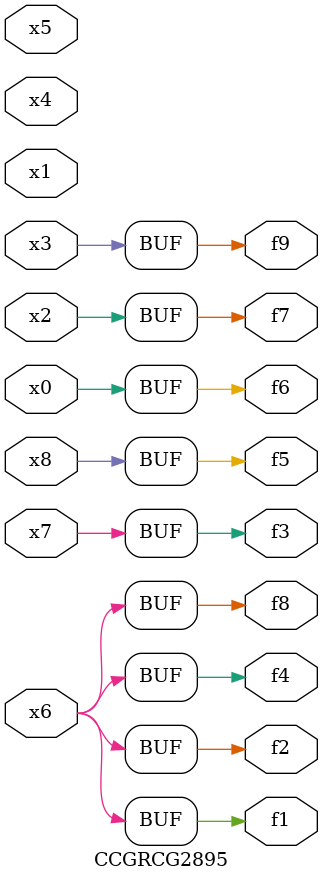
<source format=v>
module CCGRCG2895(
	input x0, x1, x2, x3, x4, x5, x6, x7, x8,
	output f1, f2, f3, f4, f5, f6, f7, f8, f9
);
	assign f1 = x6;
	assign f2 = x6;
	assign f3 = x7;
	assign f4 = x6;
	assign f5 = x8;
	assign f6 = x0;
	assign f7 = x2;
	assign f8 = x6;
	assign f9 = x3;
endmodule

</source>
